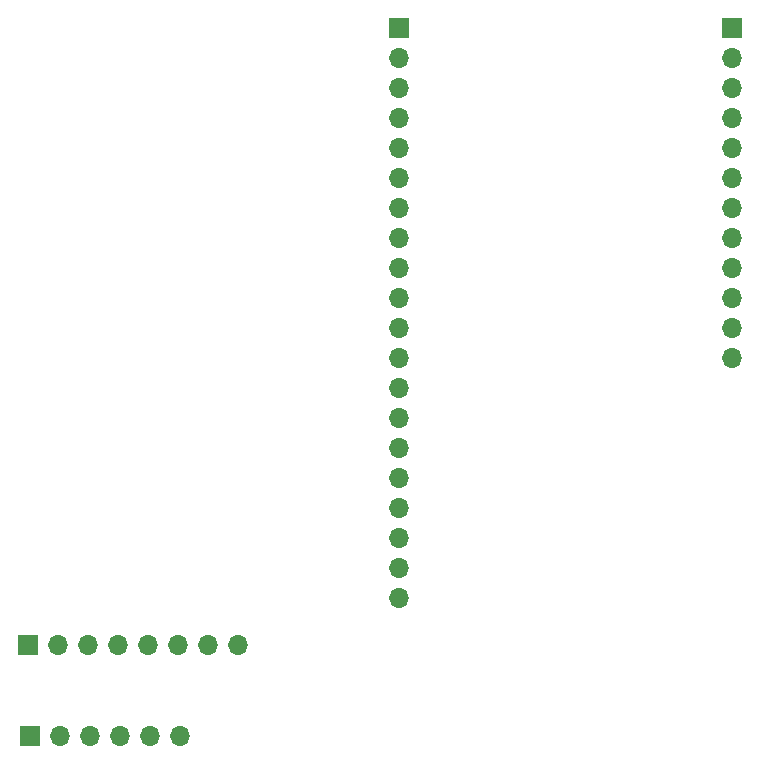
<source format=gbs>
%TF.GenerationSoftware,KiCad,Pcbnew,7.0.5*%
%TF.CreationDate,2024-03-29T22:25:32-04:00*%
%TF.ProjectId,UWB_PCB,5557425f-5043-4422-9e6b-696361645f70,rev?*%
%TF.SameCoordinates,Original*%
%TF.FileFunction,Soldermask,Bot*%
%TF.FilePolarity,Negative*%
%FSLAX46Y46*%
G04 Gerber Fmt 4.6, Leading zero omitted, Abs format (unit mm)*
G04 Created by KiCad (PCBNEW 7.0.5) date 2024-03-29 22:25:32*
%MOMM*%
%LPD*%
G01*
G04 APERTURE LIST*
%ADD10R,1.700000X1.700000*%
%ADD11O,1.700000X1.700000*%
G04 APERTURE END LIST*
D10*
%TO.C,J2*%
X130210001Y-112740000D03*
D11*
X132750001Y-112740000D03*
X135290001Y-112740000D03*
X137830000Y-112740000D03*
X140370001Y-112740000D03*
X142910001Y-112740000D03*
X145450001Y-112740000D03*
X147990001Y-112740000D03*
%TD*%
D10*
%TO.C,J1*%
X161600000Y-60500000D03*
D11*
X161600000Y-63040000D03*
X161600000Y-65580000D03*
X161600000Y-68120000D03*
X161600000Y-70660000D03*
X161600000Y-73200000D03*
X161600000Y-75740000D03*
X161600000Y-78280000D03*
X161600000Y-80820000D03*
X161600000Y-83360000D03*
X161600000Y-85900000D03*
X161600000Y-88440000D03*
X161600000Y-90980000D03*
X161600000Y-93520000D03*
X161600000Y-96060000D03*
X161600000Y-98600000D03*
X161600000Y-101140000D03*
X161600000Y-103680000D03*
X161600000Y-106220000D03*
X161600000Y-108760000D03*
D10*
X189830000Y-60500000D03*
D11*
X189830000Y-63040000D03*
X189830000Y-65580000D03*
X189830000Y-68120000D03*
X189830000Y-70660000D03*
X189830000Y-73200000D03*
X189830000Y-75740000D03*
X189830000Y-78280000D03*
X189830000Y-80820000D03*
X189830000Y-83360000D03*
X189830000Y-85900000D03*
X189830000Y-88440000D03*
%TD*%
D10*
%TO.C,J3*%
X130400000Y-120434000D03*
D11*
X132940000Y-120434000D03*
X135480000Y-120434000D03*
X138020000Y-120434000D03*
X140560000Y-120434000D03*
X143100000Y-120434000D03*
%TD*%
M02*

</source>
